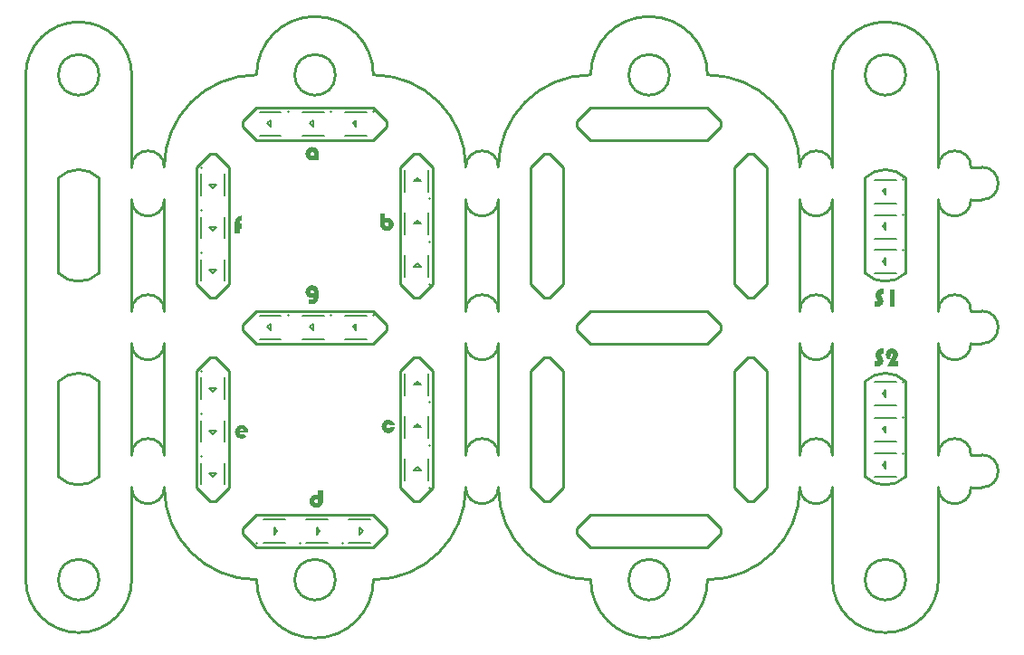
<source format=gto>
G04*
G04 #@! TF.GenerationSoftware,Altium Limited,Altium Designer,20.2.6 (244)*
G04*
G04 Layer_Color=65535*
%FSLAX25Y25*%
%MOIN*%
G70*
G04*
G04 #@! TF.SameCoordinates,EC59DE11-5F21-440E-92AE-D345A4C3AF16*
G04*
G04*
G04 #@! TF.FilePolarity,Positive*
G04*
G01*
G75*
%ADD10C,0.01000*%
%ADD11C,0.00598*%
%ADD12C,0.00600*%
G36*
X480179Y204218D02*
X480227D01*
X480325Y204211D01*
X480449Y204190D01*
X480581Y204169D01*
X480720Y204135D01*
X480859Y204093D01*
Y202247D01*
X480852Y202254D01*
X480824Y202261D01*
X480790Y202275D01*
X480748Y202289D01*
X480651Y202309D01*
X480602Y202323D01*
X480533D01*
X480491Y202316D01*
X480436Y202303D01*
X480373Y202289D01*
X480311Y202261D01*
X480241Y202226D01*
X480179Y202178D01*
X480172Y202171D01*
X480151Y202150D01*
X480130Y202122D01*
X480102Y202080D01*
X480068Y202025D01*
X480047Y201956D01*
X480026Y201879D01*
X480019Y201789D01*
Y201775D01*
Y201747D01*
X480026Y201699D01*
X480040Y201636D01*
X480061Y201560D01*
X480089Y201470D01*
X480130Y201379D01*
X480186Y201275D01*
X480332Y201026D01*
X480338Y201019D01*
X480345Y200998D01*
X480366Y200956D01*
X480394Y200907D01*
X480422Y200845D01*
X480456Y200769D01*
X480491Y200686D01*
X480533Y200595D01*
X480568Y200491D01*
X480602Y200387D01*
X480665Y200151D01*
X480692Y200033D01*
X480713Y199908D01*
X480720Y199783D01*
X480727Y199658D01*
Y199651D01*
Y199617D01*
X480720Y199575D01*
Y199513D01*
X480706Y199436D01*
X480692Y199353D01*
X480672Y199249D01*
X480644Y199145D01*
X480609Y199027D01*
X480568Y198909D01*
X480512Y198784D01*
X480449Y198652D01*
X480373Y198527D01*
X480283Y198395D01*
X480179Y198270D01*
X480061Y198145D01*
X480054Y198138D01*
X480033Y198118D01*
X479991Y198083D01*
X479943Y198048D01*
X479874Y197993D01*
X479797Y197944D01*
X479707Y197882D01*
X479603Y197826D01*
X479492Y197764D01*
X479367Y197701D01*
X479228Y197653D01*
X479082Y197604D01*
X478930Y197563D01*
X478763Y197528D01*
X478590Y197507D01*
X478409Y197500D01*
X478326D01*
X478284Y197507D01*
X478229D01*
X478111Y197521D01*
X477972Y197542D01*
X477819Y197576D01*
X477660Y197618D01*
X477500Y197680D01*
Y199547D01*
X477514Y199540D01*
X477542Y199520D01*
X477597Y199499D01*
X477660Y199471D01*
X477743Y199436D01*
X477826Y199415D01*
X477923Y199395D01*
X478020Y199388D01*
X478062D01*
X478104Y199395D01*
X478159Y199408D01*
X478222Y199422D01*
X478291Y199443D01*
X478354Y199478D01*
X478416Y199527D01*
X478423Y199533D01*
X478444Y199554D01*
X478465Y199582D01*
X478499Y199624D01*
X478527Y199679D01*
X478548Y199735D01*
X478569Y199811D01*
X478576Y199887D01*
Y199894D01*
X478569Y199915D01*
X478562Y199950D01*
X478541Y200005D01*
X478513Y200082D01*
X478485Y200123D01*
X478465Y200179D01*
X478430Y200241D01*
X478395Y200311D01*
X478354Y200387D01*
X478305Y200470D01*
X478298Y200477D01*
X478284Y200505D01*
X478263Y200547D01*
X478236Y200602D01*
X478208Y200672D01*
X478166Y200755D01*
X478131Y200845D01*
X478090Y200949D01*
X478048Y201060D01*
X478014Y201178D01*
X477944Y201435D01*
X477916Y201567D01*
X477896Y201706D01*
X477882Y201851D01*
X477875Y201990D01*
Y202004D01*
Y202032D01*
X477882Y202080D01*
Y202143D01*
X477896Y202226D01*
X477910Y202316D01*
X477930Y202420D01*
X477958Y202532D01*
X477993Y202649D01*
X478034Y202774D01*
X478083Y202906D01*
X478145Y203038D01*
X478222Y203177D01*
X478305Y203309D01*
X478409Y203441D01*
X478520Y203566D01*
X478527Y203573D01*
X478548Y203593D01*
X478590Y203628D01*
X478638Y203670D01*
X478701Y203718D01*
X478777Y203774D01*
X478860Y203836D01*
X478957Y203899D01*
X479068Y203954D01*
X479186Y204017D01*
X479311Y204072D01*
X479450Y204121D01*
X479596Y204162D01*
X479749Y204197D01*
X479908Y204218D01*
X480075Y204225D01*
X480144D01*
X480179Y204218D01*
D02*
G37*
G36*
X484003D02*
X484072D01*
X484156Y204204D01*
X484253Y204190D01*
X484357Y204169D01*
X484475Y204142D01*
X484593Y204107D01*
X484725Y204058D01*
X484856Y204003D01*
X484995Y203940D01*
X485127Y203857D01*
X485259Y203767D01*
X485391Y203663D01*
X485516Y203545D01*
X485523Y203538D01*
X485543Y203517D01*
X485578Y203475D01*
X485620Y203427D01*
X485668Y203364D01*
X485717Y203281D01*
X485779Y203198D01*
X485842Y203094D01*
X485897Y202983D01*
X485960Y202865D01*
X486008Y202733D01*
X486064Y202594D01*
X486099Y202448D01*
X486133Y202289D01*
X486154Y202129D01*
X486161Y201962D01*
Y201956D01*
Y201942D01*
Y201907D01*
X486154Y201872D01*
Y201824D01*
X486147Y201768D01*
X486140Y201706D01*
X486133Y201636D01*
X486099Y201484D01*
X486057Y201317D01*
X486001Y201137D01*
X485918Y200963D01*
X485155Y199471D01*
X486231D01*
Y197604D01*
X482053D01*
X484135Y201490D01*
X484142Y201504D01*
X484156Y201539D01*
X484183Y201588D01*
X484211Y201650D01*
X484232Y201727D01*
X484260Y201803D01*
X484273Y201879D01*
X484280Y201956D01*
Y201962D01*
Y201969D01*
X484273Y202011D01*
X484260Y202066D01*
X484225Y202136D01*
X484169Y202198D01*
X484135Y202226D01*
X484093Y202254D01*
X484044Y202275D01*
X483982Y202295D01*
X483913Y202303D01*
X483836Y202309D01*
X483802D01*
X483767Y202303D01*
X483725Y202295D01*
X483670Y202282D01*
X483621Y202254D01*
X483566Y202226D01*
X483517Y202185D01*
X483510Y202178D01*
X483496Y202164D01*
X483482Y202136D01*
X483462Y202101D01*
X483434Y202060D01*
X483420Y202004D01*
X483406Y201948D01*
X483399Y201886D01*
Y201879D01*
Y201851D01*
X483406Y201817D01*
X483420Y201768D01*
X483441Y201706D01*
X483468Y201643D01*
X483510Y201581D01*
X483566Y201518D01*
X482740Y200047D01*
X482726Y200054D01*
X482691Y200082D01*
X482643Y200116D01*
X482573Y200172D01*
X482490Y200248D01*
X482400Y200331D01*
X482303Y200429D01*
X482205Y200547D01*
X482101Y200678D01*
X482004Y200817D01*
X481914Y200977D01*
X481831Y201150D01*
X481761Y201331D01*
X481713Y201532D01*
X481678Y201740D01*
X481664Y201962D01*
Y201976D01*
Y202004D01*
X481671Y202053D01*
X481678Y202115D01*
X481685Y202198D01*
X481699Y202289D01*
X481719Y202400D01*
X481747Y202511D01*
X481782Y202636D01*
X481824Y202761D01*
X481879Y202892D01*
X481942Y203031D01*
X482011Y203163D01*
X482101Y203302D01*
X482198Y203434D01*
X482316Y203559D01*
X482323Y203566D01*
X482344Y203586D01*
X482386Y203621D01*
X482434Y203663D01*
X482497Y203711D01*
X482573Y203767D01*
X482663Y203829D01*
X482760Y203892D01*
X482872Y203954D01*
X482997Y204017D01*
X483128Y204072D01*
X483267Y204121D01*
X483420Y204162D01*
X483572Y204197D01*
X483739Y204218D01*
X483913Y204225D01*
X483954D01*
X484003Y204218D01*
D02*
G37*
G36*
X480179Y226218D02*
X480227D01*
X480325Y226211D01*
X480449Y226190D01*
X480581Y226169D01*
X480720Y226135D01*
X480859Y226093D01*
Y224247D01*
X480852Y224254D01*
X480824Y224261D01*
X480790Y224275D01*
X480748Y224289D01*
X480651Y224309D01*
X480602Y224323D01*
X480533D01*
X480491Y224316D01*
X480436Y224303D01*
X480373Y224289D01*
X480311Y224261D01*
X480241Y224226D01*
X480179Y224178D01*
X480172Y224171D01*
X480151Y224150D01*
X480130Y224122D01*
X480102Y224080D01*
X480068Y224025D01*
X480047Y223955D01*
X480026Y223879D01*
X480019Y223789D01*
Y223775D01*
Y223747D01*
X480026Y223699D01*
X480040Y223636D01*
X480061Y223560D01*
X480089Y223470D01*
X480130Y223379D01*
X480186Y223275D01*
X480332Y223025D01*
X480338Y223019D01*
X480345Y222998D01*
X480366Y222956D01*
X480394Y222907D01*
X480422Y222845D01*
X480456Y222769D01*
X480491Y222686D01*
X480533Y222595D01*
X480568Y222491D01*
X480602Y222387D01*
X480665Y222151D01*
X480692Y222033D01*
X480713Y221908D01*
X480720Y221783D01*
X480727Y221658D01*
Y221651D01*
Y221617D01*
X480720Y221575D01*
Y221513D01*
X480706Y221436D01*
X480692Y221353D01*
X480672Y221249D01*
X480644Y221145D01*
X480609Y221027D01*
X480568Y220909D01*
X480512Y220784D01*
X480449Y220652D01*
X480373Y220527D01*
X480283Y220395D01*
X480179Y220270D01*
X480061Y220145D01*
X480054Y220139D01*
X480033Y220118D01*
X479991Y220083D01*
X479943Y220048D01*
X479874Y219993D01*
X479797Y219944D01*
X479707Y219882D01*
X479603Y219826D01*
X479492Y219764D01*
X479367Y219701D01*
X479228Y219653D01*
X479082Y219604D01*
X478930Y219563D01*
X478763Y219528D01*
X478590Y219507D01*
X478409Y219500D01*
X478326D01*
X478284Y219507D01*
X478229D01*
X478111Y219521D01*
X477972Y219542D01*
X477819Y219576D01*
X477660Y219618D01*
X477500Y219680D01*
Y221547D01*
X477514Y221540D01*
X477542Y221519D01*
X477597Y221499D01*
X477660Y221471D01*
X477743Y221436D01*
X477826Y221415D01*
X477923Y221395D01*
X478020Y221388D01*
X478062D01*
X478104Y221395D01*
X478159Y221409D01*
X478222Y221422D01*
X478291Y221443D01*
X478354Y221478D01*
X478416Y221527D01*
X478423Y221533D01*
X478444Y221554D01*
X478465Y221582D01*
X478499Y221624D01*
X478527Y221679D01*
X478548Y221735D01*
X478569Y221811D01*
X478576Y221887D01*
Y221894D01*
X478569Y221915D01*
X478562Y221950D01*
X478541Y222005D01*
X478513Y222082D01*
X478485Y222123D01*
X478465Y222179D01*
X478430Y222241D01*
X478395Y222311D01*
X478354Y222387D01*
X478305Y222470D01*
X478298Y222477D01*
X478284Y222505D01*
X478263Y222547D01*
X478236Y222602D01*
X478208Y222672D01*
X478166Y222755D01*
X478131Y222845D01*
X478090Y222949D01*
X478048Y223060D01*
X478014Y223178D01*
X477944Y223435D01*
X477916Y223567D01*
X477896Y223706D01*
X477882Y223851D01*
X477875Y223990D01*
Y224004D01*
Y224032D01*
X477882Y224080D01*
Y224143D01*
X477896Y224226D01*
X477910Y224316D01*
X477930Y224420D01*
X477958Y224532D01*
X477993Y224650D01*
X478034Y224774D01*
X478083Y224906D01*
X478145Y225038D01*
X478222Y225177D01*
X478305Y225309D01*
X478409Y225441D01*
X478520Y225566D01*
X478527Y225572D01*
X478548Y225593D01*
X478590Y225628D01*
X478638Y225670D01*
X478701Y225718D01*
X478777Y225774D01*
X478860Y225836D01*
X478957Y225899D01*
X479068Y225954D01*
X479186Y226017D01*
X479311Y226072D01*
X479450Y226121D01*
X479596Y226162D01*
X479749Y226197D01*
X479908Y226218D01*
X480075Y226225D01*
X480144D01*
X480179Y226218D01*
D02*
G37*
G36*
X484863Y219604D02*
X483031D01*
Y226065D01*
X484863D01*
Y219604D01*
D02*
G37*
G36*
X270575Y227482D02*
X270658D01*
X270748Y227468D01*
X270859Y227454D01*
X270977Y227433D01*
X271109Y227405D01*
X271241Y227371D01*
X271387Y227322D01*
X271526Y227273D01*
X271671Y227204D01*
X271810Y227128D01*
X271949Y227038D01*
X272081Y226933D01*
X272199Y226815D01*
X272206Y226809D01*
X272227Y226788D01*
X272254Y226746D01*
X272296Y226691D01*
X272338Y226621D01*
X272393Y226538D01*
X272448Y226434D01*
X272504Y226323D01*
X272560Y226191D01*
X272615Y226045D01*
X272671Y225885D01*
X272712Y225712D01*
X272754Y225525D01*
X272782Y225323D01*
X272802Y225101D01*
X272809Y224872D01*
Y223325D01*
Y223311D01*
Y223269D01*
X272802Y223207D01*
X272796Y223123D01*
X272789Y223012D01*
X272775Y222894D01*
X272754Y222756D01*
X272726Y222610D01*
X272685Y222457D01*
X272643Y222290D01*
X272587Y222124D01*
X272518Y221951D01*
X272435Y221784D01*
X272344Y221617D01*
X272240Y221451D01*
X272115Y221298D01*
X272109Y221291D01*
X272081Y221263D01*
X272046Y221222D01*
X271990Y221173D01*
X271921Y221111D01*
X271838Y221048D01*
X271741Y220972D01*
X271637Y220902D01*
X271512Y220826D01*
X271380Y220750D01*
X271234Y220687D01*
X271074Y220625D01*
X270908Y220576D01*
X270727Y220535D01*
X270540Y220507D01*
X270339Y220500D01*
X270255D01*
X270214Y220507D01*
X270158D01*
X270096Y220514D01*
X270033Y220521D01*
X269881Y220542D01*
X269714Y220569D01*
X269527Y220604D01*
X269339Y220660D01*
Y222270D01*
X269346D01*
X269353Y222263D01*
X269374Y222249D01*
X269402Y222242D01*
X269478Y222207D01*
X269575Y222172D01*
X269686Y222138D01*
X269811Y222103D01*
X269943Y222082D01*
X270075Y222075D01*
X270117D01*
X270151Y222082D01*
X270228Y222089D01*
X270332Y222117D01*
X270443Y222152D01*
X270561Y222207D01*
X270672Y222290D01*
X270727Y222339D01*
X270776Y222395D01*
Y222402D01*
X270790Y222409D01*
X270804Y222429D01*
X270818Y222450D01*
X270838Y222485D01*
X270859Y222527D01*
X270880Y222568D01*
X270908Y222624D01*
X270956Y222749D01*
X270998Y222901D01*
X271026Y223082D01*
X271040Y223290D01*
Y225066D01*
Y225074D01*
Y225101D01*
X271033Y225136D01*
Y225184D01*
X271019Y225240D01*
X271005Y225303D01*
X270991Y225372D01*
X270963Y225441D01*
X270936Y225511D01*
X270894Y225580D01*
X270845Y225642D01*
X270790Y225698D01*
X270721Y225747D01*
X270637Y225781D01*
X270547Y225809D01*
X270443Y225816D01*
X270401D01*
X270353Y225809D01*
X270297Y225795D01*
X270228Y225767D01*
X270151Y225733D01*
X270075Y225684D01*
X269999Y225622D01*
X269992Y225615D01*
X269971Y225587D01*
X269936Y225545D01*
X269902Y225497D01*
X269867Y225427D01*
X269832Y225351D01*
X269811Y225261D01*
X269804Y225164D01*
Y225150D01*
Y225122D01*
X269811Y225066D01*
X269825Y225004D01*
X269846Y224935D01*
X269881Y224858D01*
X269922Y224782D01*
X269985Y224713D01*
X269992Y224706D01*
X270020Y224685D01*
X270061Y224657D01*
X270110Y224622D01*
X270179Y224588D01*
X270249Y224560D01*
X270339Y224539D01*
X270429Y224532D01*
X270457D01*
X270498Y224539D01*
X270540Y224546D01*
X270596Y224553D01*
X270658Y224574D01*
X270721Y224595D01*
X270783Y224622D01*
Y222991D01*
X270776D01*
X270769Y222985D01*
X270748Y222978D01*
X270721Y222971D01*
X270644Y222950D01*
X270554Y222929D01*
X270443Y222908D01*
X270318Y222887D01*
X270186Y222873D01*
X270047Y222867D01*
X270006D01*
X269964Y222873D01*
X269902D01*
X269825Y222887D01*
X269742Y222901D01*
X269645Y222922D01*
X269541Y222943D01*
X269430Y222978D01*
X269312Y223019D01*
X269187Y223075D01*
X269069Y223130D01*
X268944Y223207D01*
X268819Y223290D01*
X268701Y223387D01*
X268590Y223498D01*
X268583Y223505D01*
X268562Y223526D01*
X268534Y223561D01*
X268500Y223616D01*
X268451Y223678D01*
X268403Y223748D01*
X268347Y223838D01*
X268298Y223935D01*
X268243Y224046D01*
X268187Y224164D01*
X268139Y224296D01*
X268090Y224435D01*
X268056Y224588D01*
X268028Y224747D01*
X268007Y224914D01*
X268000Y225087D01*
Y225101D01*
Y225129D01*
X268007Y225184D01*
X268014Y225254D01*
X268021Y225344D01*
X268035Y225441D01*
X268062Y225552D01*
X268090Y225677D01*
X268125Y225802D01*
X268174Y225941D01*
X268236Y226080D01*
X268298Y226225D01*
X268382Y226371D01*
X268479Y226517D01*
X268590Y226656D01*
X268715Y226788D01*
X268722Y226795D01*
X268749Y226815D01*
X268791Y226850D01*
X268847Y226899D01*
X268916Y226947D01*
X268999Y227010D01*
X269096Y227072D01*
X269208Y227142D01*
X269325Y227204D01*
X269464Y227267D01*
X269603Y227329D01*
X269763Y227378D01*
X269922Y227426D01*
X270096Y227461D01*
X270283Y227482D01*
X270471Y227489D01*
X270519D01*
X270575Y227482D01*
D02*
G37*
G36*
X244568Y251268D02*
X244492D01*
X244415Y251254D01*
X244318Y251240D01*
X244214Y251212D01*
X244110Y251171D01*
X244013Y251115D01*
X243936Y251039D01*
X243929Y251025D01*
X243909Y250997D01*
X243881Y250935D01*
X243853Y250851D01*
X243825Y250747D01*
X243811Y250678D01*
X243797Y250608D01*
X243784Y250532D01*
X243777Y250442D01*
X243770Y250352D01*
Y250248D01*
X244568D01*
Y248395D01*
X243770D01*
Y246500D01*
X242000D01*
Y250588D01*
Y250602D01*
Y250636D01*
X242007Y250699D01*
X242014Y250775D01*
X242021Y250872D01*
X242035Y250983D01*
X242062Y251101D01*
X242090Y251240D01*
X242125Y251379D01*
X242174Y251525D01*
X242229Y251677D01*
X242298Y251830D01*
X242382Y251983D01*
X242472Y252135D01*
X242583Y252274D01*
X242708Y252413D01*
X242715Y252420D01*
X242743Y252441D01*
X242784Y252475D01*
X242840Y252524D01*
X242909Y252579D01*
X242992Y252635D01*
X243096Y252704D01*
X243208Y252767D01*
X243339Y252836D01*
X243478Y252899D01*
X243631Y252954D01*
X243797Y253010D01*
X243971Y253058D01*
X244158Y253093D01*
X244360Y253114D01*
X244568Y253121D01*
Y251268D01*
D02*
G37*
G36*
X244596Y175920D02*
X244672Y175914D01*
X244755Y175907D01*
X244859Y175893D01*
X244970Y175872D01*
X245095Y175844D01*
X245227Y175803D01*
X245366Y175761D01*
X245512Y175705D01*
X245657Y175636D01*
X245803Y175553D01*
X245942Y175462D01*
X246088Y175358D01*
X246219Y175233D01*
X246227Y175226D01*
X246247Y175199D01*
X246282Y175164D01*
X246331Y175109D01*
X246386Y175039D01*
X246442Y174963D01*
X246511Y174866D01*
X246573Y174761D01*
X246643Y174637D01*
X246705Y174512D01*
X246761Y174366D01*
X246816Y174213D01*
X246865Y174054D01*
X246900Y173880D01*
X246920Y173700D01*
X246927Y173512D01*
Y173505D01*
Y173485D01*
Y173457D01*
X246920Y173415D01*
Y173360D01*
X246914Y173283D01*
X246907Y173186D01*
X244221D01*
Y173193D01*
X244207Y173221D01*
X244200Y173256D01*
X244186Y173311D01*
X244172Y173366D01*
X244165Y173429D01*
X244151Y173575D01*
Y173582D01*
Y173609D01*
X244158Y173651D01*
X244165Y173707D01*
X244172Y173776D01*
X244193Y173852D01*
X244214Y173936D01*
X244242Y174019D01*
X245137D01*
Y174026D01*
X245130Y174040D01*
X245123Y174067D01*
X245116Y174102D01*
X245081Y174186D01*
X245033Y174290D01*
X244956Y174387D01*
X244908Y174428D01*
X244852Y174470D01*
X244790Y174505D01*
X244721Y174532D01*
X244637Y174546D01*
X244547Y174553D01*
X244533D01*
X244492Y174546D01*
X244436Y174539D01*
X244360Y174519D01*
X244276Y174484D01*
X244186Y174435D01*
X244096Y174366D01*
X244013Y174269D01*
X244006Y174255D01*
X243978Y174220D01*
X243950Y174158D01*
X243909Y174074D01*
X243874Y173970D01*
X243839Y173845D01*
X243811Y173707D01*
X243804Y173547D01*
Y173540D01*
Y173526D01*
Y173505D01*
Y173471D01*
X243811Y173429D01*
X243818Y173387D01*
X243832Y173283D01*
X243853Y173158D01*
X243888Y173033D01*
X243936Y172908D01*
X244006Y172791D01*
X244013Y172777D01*
X244040Y172742D01*
X244089Y172700D01*
X244145Y172645D01*
X244221Y172589D01*
X244311Y172548D01*
X244415Y172513D01*
X244526Y172499D01*
X244540D01*
X244575Y172506D01*
X244623Y172513D01*
X244693Y172534D01*
X244776Y172568D01*
X244859Y172610D01*
X244950Y172679D01*
X245040Y172770D01*
X246053Y171548D01*
X246046Y171541D01*
X246018Y171527D01*
X245984Y171500D01*
X245928Y171465D01*
X245866Y171423D01*
X245782Y171375D01*
X245692Y171326D01*
X245595Y171278D01*
X245484Y171222D01*
X245359Y171174D01*
X245234Y171125D01*
X245095Y171083D01*
X244950Y171049D01*
X244797Y171021D01*
X244637Y171007D01*
X244478Y171000D01*
X244429D01*
X244380Y171007D01*
X244304Y171014D01*
X244214Y171021D01*
X244110Y171035D01*
X243999Y171063D01*
X243874Y171090D01*
X243735Y171125D01*
X243596Y171174D01*
X243450Y171229D01*
X243298Y171298D01*
X243152Y171382D01*
X243006Y171472D01*
X242861Y171583D01*
X242722Y171708D01*
X242715Y171715D01*
X242694Y171743D01*
X242652Y171777D01*
X242611Y171833D01*
X242555Y171902D01*
X242493Y171985D01*
X242430Y172083D01*
X242361Y172194D01*
X242291Y172312D01*
X242229Y172450D01*
X242167Y172589D01*
X242111Y172749D01*
X242069Y172915D01*
X242035Y173089D01*
X242007Y173269D01*
X242000Y173464D01*
Y173478D01*
Y173512D01*
X242007Y173568D01*
X242014Y173637D01*
X242021Y173727D01*
X242035Y173831D01*
X242062Y173950D01*
X242090Y174074D01*
X242125Y174206D01*
X242174Y174345D01*
X242236Y174491D01*
X242298Y174644D01*
X242382Y174789D01*
X242479Y174935D01*
X242590Y175074D01*
X242715Y175213D01*
X242722Y175220D01*
X242750Y175240D01*
X242791Y175282D01*
X242847Y175324D01*
X242916Y175379D01*
X242999Y175442D01*
X243096Y175504D01*
X243208Y175574D01*
X243333Y175636D01*
X243464Y175698D01*
X243617Y175761D01*
X243770Y175816D01*
X243936Y175865D01*
X244117Y175900D01*
X244304Y175920D01*
X244498Y175927D01*
X244547D01*
X244596Y175920D01*
D02*
G37*
G36*
X274441Y148123D02*
Y148109D01*
Y148075D01*
X274434Y148012D01*
X274427Y147929D01*
X274420Y147832D01*
X274407Y147714D01*
X274386Y147589D01*
X274358Y147450D01*
X274316Y147304D01*
X274275Y147152D01*
X274219Y146992D01*
X274150Y146833D01*
X274074Y146673D01*
X273983Y146520D01*
X273872Y146368D01*
X273754Y146229D01*
X273747Y146222D01*
X273720Y146201D01*
X273685Y146159D01*
X273629Y146118D01*
X273560Y146062D01*
X273484Y146000D01*
X273386Y145930D01*
X273282Y145868D01*
X273157Y145798D01*
X273025Y145729D01*
X272887Y145667D01*
X272727Y145611D01*
X272568Y145569D01*
X272387Y145535D01*
X272207Y145507D01*
X272012Y145500D01*
X271964D01*
X271908Y145507D01*
X271832Y145514D01*
X271742Y145521D01*
X271638Y145535D01*
X271519Y145563D01*
X271388Y145590D01*
X271256Y145625D01*
X271110Y145674D01*
X270957Y145729D01*
X270812Y145798D01*
X270659Y145882D01*
X270506Y145972D01*
X270361Y146083D01*
X270222Y146208D01*
X270215Y146215D01*
X270194Y146243D01*
X270152Y146277D01*
X270111Y146333D01*
X270055Y146402D01*
X269993Y146485D01*
X269930Y146583D01*
X269861Y146694D01*
X269792Y146812D01*
X269729Y146943D01*
X269667Y147089D01*
X269611Y147242D01*
X269569Y147408D01*
X269535Y147575D01*
X269507Y147762D01*
X269500Y147950D01*
Y147964D01*
Y147992D01*
X269507Y148047D01*
X269514Y148116D01*
X269521Y148200D01*
X269542Y148304D01*
X269563Y148415D01*
X269590Y148533D01*
X269632Y148665D01*
X269673Y148803D01*
X269736Y148949D01*
X269805Y149095D01*
X269889Y149241D01*
X269986Y149386D01*
X270097Y149532D01*
X270222Y149671D01*
X270229Y149678D01*
X270256Y149706D01*
X270298Y149740D01*
X270354Y149789D01*
X270416Y149844D01*
X270499Y149907D01*
X270597Y149969D01*
X270708Y150039D01*
X270826Y150108D01*
X270957Y150171D01*
X271096Y150233D01*
X271249Y150289D01*
X271409Y150337D01*
X271575Y150372D01*
X271749Y150400D01*
X271929Y150407D01*
X272040D01*
X272109Y150400D01*
X272193Y150393D01*
X272290Y150386D01*
X272401Y150379D01*
Y148422D01*
X272394Y148429D01*
X272366Y148450D01*
X272325Y148477D01*
X272269Y148512D01*
X272200Y148540D01*
X272130Y148567D01*
X272047Y148588D01*
X271964Y148595D01*
X271915D01*
X271866Y148588D01*
X271804Y148567D01*
X271728Y148547D01*
X271651Y148512D01*
X271568Y148463D01*
X271492Y148394D01*
X271485Y148387D01*
X271464Y148359D01*
X271429Y148318D01*
X271395Y148262D01*
X271353Y148193D01*
X271325Y148109D01*
X271298Y148012D01*
X271290Y147908D01*
Y147894D01*
Y147866D01*
X271304Y147811D01*
X271318Y147749D01*
X271339Y147679D01*
X271374Y147603D01*
X271422Y147520D01*
X271492Y147443D01*
X271499Y147436D01*
X271527Y147415D01*
X271575Y147381D01*
X271631Y147346D01*
X271707Y147304D01*
X271790Y147277D01*
X271887Y147249D01*
X271991Y147242D01*
X272019D01*
X272054Y147249D01*
X272096Y147256D01*
X272151Y147270D01*
X272207Y147291D01*
X272269Y147318D01*
X272332Y147360D01*
X272394Y147408D01*
X272456Y147471D01*
X272512Y147547D01*
X272568Y147637D01*
X272609Y147742D01*
X272644Y147866D01*
X272665Y148012D01*
X272672Y148179D01*
Y152065D01*
X274441D01*
Y148123D01*
D02*
G37*
G36*
X298596Y177920D02*
X298672Y177913D01*
X298755Y177900D01*
X298859Y177879D01*
X298963Y177858D01*
X299081Y177830D01*
X299206Y177796D01*
X299331Y177754D01*
X299463Y177698D01*
X299595Y177636D01*
X299727Y177567D01*
X299859Y177483D01*
X299991Y177386D01*
X299997Y177379D01*
X300018Y177358D01*
X300053Y177331D01*
X300101Y177289D01*
X300157Y177233D01*
X300213Y177164D01*
X300282Y177088D01*
X300351Y177004D01*
X300428Y176907D01*
X300504Y176796D01*
X300573Y176678D01*
X300643Y176546D01*
X300705Y176415D01*
X300768Y176262D01*
X300816Y176109D01*
X300858Y175943D01*
X299033Y175880D01*
Y175887D01*
X299026Y175894D01*
X298991Y175929D01*
X298943Y175977D01*
X298880Y176033D01*
X298797Y176088D01*
X298700Y176137D01*
X298582Y176172D01*
X298519Y176186D01*
X298401D01*
X298346Y176172D01*
X298276Y176158D01*
X298200Y176130D01*
X298117Y176095D01*
X298033Y176040D01*
X297950Y175970D01*
X297943Y175963D01*
X297915Y175936D01*
X297888Y175887D01*
X297846Y175825D01*
X297811Y175755D01*
X297777Y175665D01*
X297749Y175568D01*
X297742Y175464D01*
Y175450D01*
X297749Y175415D01*
X297756Y175360D01*
X297770Y175290D01*
X297791Y175214D01*
X297832Y175131D01*
X297881Y175040D01*
X297950Y174957D01*
X297957Y174950D01*
X297985Y174922D01*
X298033Y174888D01*
X298089Y174853D01*
X298165Y174811D01*
X298249Y174777D01*
X298346Y174749D01*
X298450Y174742D01*
X298492D01*
X298533Y174749D01*
X298589Y174756D01*
X298658Y174777D01*
X298727Y174797D01*
X298804Y174832D01*
X298873Y174874D01*
X298880Y174881D01*
X298901Y174902D01*
X298936Y174929D01*
X298977Y174971D01*
X299019Y175027D01*
X299061Y175096D01*
X299102Y175172D01*
X299130Y175256D01*
X300907Y175318D01*
Y175304D01*
X300900Y175269D01*
X300893Y175221D01*
X300886Y175145D01*
X300865Y175061D01*
X300844Y174957D01*
X300816Y174846D01*
X300775Y174721D01*
X300733Y174596D01*
X300678Y174457D01*
X300608Y174319D01*
X300532Y174180D01*
X300448Y174041D01*
X300351Y173902D01*
X300233Y173770D01*
X300109Y173645D01*
X300101Y173638D01*
X300074Y173618D01*
X300039Y173583D01*
X299984Y173548D01*
X299914Y173493D01*
X299838Y173444D01*
X299741Y173382D01*
X299637Y173326D01*
X299519Y173264D01*
X299394Y173201D01*
X299255Y173153D01*
X299109Y173104D01*
X298956Y173063D01*
X298797Y173028D01*
X298623Y173007D01*
X298450Y173000D01*
X298408D01*
X298353Y173007D01*
X298283Y173014D01*
X298193Y173021D01*
X298096Y173042D01*
X297978Y173063D01*
X297860Y173090D01*
X297721Y173132D01*
X297589Y173173D01*
X297444Y173236D01*
X297298Y173305D01*
X297152Y173389D01*
X297006Y173486D01*
X296861Y173597D01*
X296722Y173722D01*
X296715Y173729D01*
X296694Y173757D01*
X296652Y173798D01*
X296611Y173854D01*
X296555Y173923D01*
X296493Y174006D01*
X296430Y174103D01*
X296361Y174214D01*
X296291Y174332D01*
X296229Y174464D01*
X296167Y174610D01*
X296111Y174763D01*
X296069Y174929D01*
X296035Y175096D01*
X296007Y175276D01*
X296000Y175464D01*
Y175478D01*
Y175512D01*
X296007Y175561D01*
X296014Y175637D01*
X296021Y175721D01*
X296042Y175825D01*
X296062Y175943D01*
X296090Y176067D01*
X296132Y176199D01*
X296174Y176338D01*
X296236Y176484D01*
X296305Y176630D01*
X296389Y176775D01*
X296486Y176921D01*
X296597Y177067D01*
X296722Y177206D01*
X296729Y177213D01*
X296757Y177240D01*
X296798Y177275D01*
X296854Y177317D01*
X296923Y177372D01*
X297006Y177435D01*
X297096Y177497D01*
X297208Y177567D01*
X297333Y177636D01*
X297464Y177698D01*
X297603Y177761D01*
X297756Y177816D01*
X297915Y177858D01*
X298089Y177900D01*
X298262Y177920D01*
X298450Y177927D01*
X298533D01*
X298596Y177920D01*
D02*
G37*
G36*
X297277Y250179D02*
Y250172D01*
Y250137D01*
X297284Y250096D01*
X297290Y250033D01*
X297298Y249964D01*
X297311Y249880D01*
X297332Y249797D01*
X297360Y249714D01*
X297395Y249624D01*
X297443Y249540D01*
X297499Y249457D01*
X297561Y249388D01*
X297644Y249325D01*
X297735Y249284D01*
X297839Y249256D01*
X297957Y249242D01*
X298005D01*
X298061Y249256D01*
X298130Y249270D01*
X298207Y249290D01*
X298283Y249325D01*
X298366Y249374D01*
X298443Y249436D01*
X298449Y249443D01*
X298477Y249471D01*
X298505Y249513D01*
X298547Y249575D01*
X298581Y249644D01*
X298616Y249721D01*
X298637Y249818D01*
X298644Y249915D01*
Y249929D01*
Y249964D01*
X298637Y250019D01*
X298623Y250082D01*
X298602Y250158D01*
X298568Y250241D01*
X298526Y250318D01*
X298463Y250394D01*
X298456Y250401D01*
X298429Y250422D01*
X298394Y250456D01*
X298339Y250491D01*
X298276Y250526D01*
X298200Y250560D01*
X298116Y250581D01*
X298019Y250588D01*
X297978D01*
X297929Y250581D01*
X297867Y250568D01*
X297797Y250547D01*
X297721Y250519D01*
X297631Y250477D01*
X297547Y250422D01*
Y252379D01*
X297561D01*
X297596Y252386D01*
X297651D01*
X297721Y252393D01*
X297797Y252400D01*
X297873D01*
X297950Y252407D01*
X298061D01*
X298116Y252400D01*
X298186Y252393D01*
X298269Y252386D01*
X298373Y252372D01*
X298484Y252344D01*
X298602Y252316D01*
X298734Y252282D01*
X298873Y252233D01*
X299012Y252171D01*
X299157Y252101D01*
X299303Y252018D01*
X299449Y251921D01*
X299588Y251810D01*
X299727Y251685D01*
X299733Y251678D01*
X299761Y251650D01*
X299796Y251608D01*
X299837Y251560D01*
X299893Y251484D01*
X299956Y251400D01*
X300018Y251310D01*
X300087Y251199D01*
X300157Y251081D01*
X300219Y250949D01*
X300282Y250803D01*
X300337Y250651D01*
X300379Y250491D01*
X300420Y250318D01*
X300441Y250144D01*
X300448Y249957D01*
Y249943D01*
Y249908D01*
X300441Y249860D01*
X300434Y249783D01*
X300427Y249700D01*
X300407Y249596D01*
X300386Y249478D01*
X300358Y249353D01*
X300316Y249221D01*
X300268Y249082D01*
X300212Y248937D01*
X300143Y248791D01*
X300060Y248638D01*
X299962Y248492D01*
X299851Y248354D01*
X299720Y248215D01*
X299713Y248208D01*
X299685Y248187D01*
X299643Y248152D01*
X299588Y248104D01*
X299518Y248048D01*
X299435Y247986D01*
X299338Y247923D01*
X299227Y247861D01*
X299102Y247792D01*
X298963Y247729D01*
X298817Y247667D01*
X298658Y247611D01*
X298491Y247569D01*
X298318Y247528D01*
X298130Y247507D01*
X297936Y247500D01*
X297887D01*
X297832Y247507D01*
X297762Y247514D01*
X297672Y247521D01*
X297568Y247542D01*
X297450Y247563D01*
X297325Y247590D01*
X297193Y247632D01*
X297048Y247680D01*
X296909Y247736D01*
X296756Y247805D01*
X296610Y247889D01*
X296472Y247986D01*
X296326Y248104D01*
X296194Y248229D01*
X296187Y248236D01*
X296166Y248263D01*
X296131Y248305D01*
X296083Y248361D01*
X296034Y248437D01*
X295972Y248520D01*
X295910Y248624D01*
X295847Y248742D01*
X295784Y248867D01*
X295722Y249013D01*
X295660Y249166D01*
X295611Y249339D01*
X295563Y249513D01*
X295528Y249707D01*
X295507Y249908D01*
X295500Y250123D01*
Y254065D01*
X297277D01*
Y250179D01*
D02*
G37*
G36*
X270575Y278420D02*
X270651D01*
X270748Y278407D01*
X270859Y278393D01*
X270984Y278372D01*
X271116Y278344D01*
X271262Y278309D01*
X271408Y278261D01*
X271560Y278212D01*
X271706Y278143D01*
X271859Y278066D01*
X272004Y277976D01*
X272136Y277872D01*
X272268Y277754D01*
X272275Y277747D01*
X272296Y277727D01*
X272331Y277685D01*
X272372Y277629D01*
X272421Y277567D01*
X272476Y277484D01*
X272539Y277386D01*
X272601Y277275D01*
X272664Y277150D01*
X272726Y277019D01*
X272782Y276866D01*
X272830Y276706D01*
X272872Y276526D01*
X272907Y276339D01*
X272927Y276144D01*
X272934Y275929D01*
Y273604D01*
X271158D01*
Y275804D01*
Y275811D01*
Y275818D01*
Y275839D01*
Y275867D01*
X271151Y275936D01*
X271137Y276019D01*
X271109Y276116D01*
X271081Y276214D01*
X271033Y276304D01*
X270970Y276394D01*
X270963Y276401D01*
X270936Y276429D01*
X270901Y276463D01*
X270845Y276505D01*
X270776Y276547D01*
X270693Y276581D01*
X270596Y276609D01*
X270492Y276616D01*
X270443D01*
X270394Y276602D01*
X270325Y276588D01*
X270249Y276568D01*
X270165Y276526D01*
X270082Y276477D01*
X270006Y276408D01*
X269999Y276401D01*
X269978Y276373D01*
X269943Y276325D01*
X269908Y276269D01*
X269867Y276193D01*
X269839Y276109D01*
X269811Y276012D01*
X269804Y275908D01*
Y275894D01*
Y275860D01*
X269811Y275804D01*
X269825Y275742D01*
X269846Y275665D01*
X269881Y275582D01*
X269922Y275506D01*
X269985Y275429D01*
X269992Y275422D01*
X270020Y275402D01*
X270061Y275367D01*
X270117Y275339D01*
X270186Y275304D01*
X270269Y275270D01*
X270367Y275249D01*
X270471Y275242D01*
X270505D01*
X270554Y275249D01*
X270609Y275256D01*
X270672Y275270D01*
X270741Y275290D01*
X270811Y275318D01*
X270887Y275353D01*
Y273542D01*
X270880D01*
X270852Y273535D01*
X270818Y273528D01*
X270762Y273521D01*
X270707Y273514D01*
X270637Y273507D01*
X270492Y273500D01*
X270443D01*
X270387Y273507D01*
X270311Y273514D01*
X270221Y273521D01*
X270117Y273535D01*
X269999Y273563D01*
X269867Y273590D01*
X269728Y273625D01*
X269589Y273674D01*
X269437Y273729D01*
X269291Y273798D01*
X269138Y273882D01*
X268992Y273972D01*
X268847Y274083D01*
X268708Y274208D01*
X268701Y274215D01*
X268680Y274243D01*
X268645Y274277D01*
X268597Y274333D01*
X268541Y274402D01*
X268486Y274485D01*
X268423Y274583D01*
X268354Y274694D01*
X268291Y274812D01*
X268222Y274951D01*
X268167Y275089D01*
X268111Y275249D01*
X268062Y275415D01*
X268028Y275589D01*
X268007Y275769D01*
X268000Y275964D01*
Y275978D01*
Y276012D01*
X268007Y276061D01*
X268014Y276137D01*
X268021Y276220D01*
X268042Y276325D01*
X268062Y276443D01*
X268090Y276568D01*
X268132Y276699D01*
X268174Y276838D01*
X268236Y276984D01*
X268305Y277130D01*
X268389Y277275D01*
X268486Y277421D01*
X268597Y277567D01*
X268722Y277706D01*
X268729Y277713D01*
X268757Y277740D01*
X268798Y277775D01*
X268854Y277817D01*
X268923Y277872D01*
X269006Y277935D01*
X269104Y277997D01*
X269208Y278066D01*
X269333Y278136D01*
X269464Y278198D01*
X269610Y278261D01*
X269763Y278316D01*
X269922Y278358D01*
X270096Y278400D01*
X270276Y278420D01*
X270464Y278427D01*
X270512D01*
X270575Y278420D01*
D02*
G37*
D10*
X474000Y232000D02*
G03*
X489000Y232000I7500J7500D01*
G01*
Y192000D02*
G03*
X474000Y192000I-7500J-7500D01*
G01*
X489000Y267000D02*
G03*
X474000Y267000I-7500J-7500D01*
G01*
Y157000D02*
G03*
X489000Y157000I7500J7500D01*
G01*
X261574Y216453D02*
Y216500D01*
X229500Y239574D02*
X229547D01*
X229500Y164574D02*
X229547D01*
X281426Y132500D02*
Y132547D01*
X313453Y184426D02*
X313500D01*
X313453Y259426D02*
X313500D01*
X261574Y291453D02*
Y291500D01*
X277287Y216453D02*
Y216500D01*
X229500Y255287D02*
X229547D01*
X229500Y180287D02*
X229547D01*
X265713Y132500D02*
Y132547D01*
X313453Y168713D02*
X313500D01*
X313453Y243713D02*
X313500D01*
X277287Y291453D02*
Y291500D01*
X293000Y216453D02*
Y216500D01*
X229500Y271000D02*
X229547D01*
X229500Y196000D02*
X229547D01*
X250000Y132500D02*
Y132547D01*
X313453Y153000D02*
X313500D01*
X313453Y228000D02*
X313500D01*
X293000Y291453D02*
Y291500D01*
X488000Y191953D02*
Y192000D01*
Y266453D02*
Y266500D01*
Y178768D02*
Y178815D01*
Y253518D02*
Y253565D01*
Y165583D02*
Y165630D01*
Y240583D02*
Y240630D01*
X250000Y131000D02*
X293000D01*
X298000Y136000D01*
X245000D02*
X250000Y131000D01*
X298000Y136000D02*
Y138000D01*
X245000Y136000D02*
Y138000D01*
X250000Y293000D02*
X293000D01*
X250000Y281000D02*
X293000D01*
X250000Y218000D02*
X293000D01*
X250000Y206000D02*
X293000D01*
X250000Y143000D02*
X293000D01*
X228000Y196000D02*
X233000Y201000D01*
X228000Y228000D02*
X233000Y223000D01*
X228000Y271000D02*
X233000Y276000D01*
X228000Y153000D02*
X233000Y148000D01*
X293000Y293000D02*
X298000Y288000D01*
X310000Y201000D02*
X315000Y196000D01*
X303000D02*
X308000Y201000D01*
X310000Y223000D02*
X315000Y228000D01*
X303000D02*
X308000Y223000D01*
X245000Y288000D02*
X250000Y293000D01*
X235000Y201000D02*
X240000Y196000D01*
Y153000D02*
Y196000D01*
X235000Y223000D02*
X240000Y228000D01*
Y271000D01*
X310000Y276000D02*
X315000Y271000D01*
X303000D02*
X308000Y276000D01*
X293000Y206000D02*
X298000Y211000D01*
X293000Y218000D02*
X298000Y213000D01*
X310000Y148000D02*
X315000Y153000D01*
X303000D02*
X308000Y148000D01*
X235000Y276000D02*
X240000Y271000D01*
X245000Y211000D02*
X250000Y206000D01*
X245000Y213000D02*
X250000Y218000D01*
X235000Y148000D02*
X240000Y153000D01*
X293000Y281000D02*
X298000Y286000D01*
X293000Y143000D02*
X298000Y138000D01*
X245000Y286000D02*
X250000Y281000D01*
X245000Y138000D02*
X250000Y143000D01*
X315000Y153000D02*
Y196000D01*
Y228000D02*
Y271000D01*
X303000Y153000D02*
Y196000D01*
Y228000D02*
Y271000D01*
X228000Y153000D02*
Y196000D01*
Y228000D02*
Y271000D01*
X298000Y286000D02*
Y288000D01*
X245000Y286000D02*
Y288000D01*
X308000Y276000D02*
X310000D01*
X308000Y223000D02*
X310000D01*
X308000Y201000D02*
X310000D01*
X308000Y148000D02*
X310000D01*
X298000Y211000D02*
Y213000D01*
X245000Y211000D02*
Y213000D01*
X233000Y276000D02*
X235000D01*
X233000Y223000D02*
X235000D01*
X233000Y201000D02*
X235000D01*
X233000Y148000D02*
X235000D01*
X489000Y232000D02*
Y267000D01*
Y157000D02*
Y192000D01*
X474000Y232000D02*
Y267000D01*
Y157000D02*
Y192000D01*
X501000Y259000D02*
G03*
X513000Y259000I6000J0D01*
G01*
Y271000D02*
G03*
X501000Y271000I-6000J0D01*
G01*
Y206000D02*
G03*
X513000Y206000I6000J0D01*
G01*
Y218000D02*
G03*
X501000Y218000I-6000J0D01*
G01*
X513000Y165000D02*
G03*
X501000Y165000I-6000J0D01*
G01*
Y153000D02*
G03*
X513000Y153000I6000J0D01*
G01*
X204000D02*
G03*
X216000Y153000I6000J0D01*
G01*
X327000Y259000D02*
G03*
X339000Y259000I6000J0D01*
G01*
X450000Y153000D02*
G03*
X462000Y153000I6000J0D01*
G01*
X450000Y206000D02*
G03*
X462000Y206000I6000J0D01*
G01*
Y218000D02*
G03*
X450000Y218000I-6000J0D01*
G01*
Y259000D02*
G03*
X462000Y259000I6000J0D01*
G01*
X327000Y206000D02*
G03*
X339000Y206000I6000J0D01*
G01*
Y218000D02*
G03*
X327000Y218000I-6000J0D01*
G01*
Y153000D02*
G03*
X339000Y153000I6000J0D01*
G01*
X216000Y165000D02*
G03*
X204000Y165000I-6000J0D01*
G01*
Y206000D02*
G03*
X216000Y206000I6000J0D01*
G01*
Y218000D02*
G03*
X204000Y218000I-6000J0D01*
G01*
Y259000D02*
G03*
X216000Y259000I6000J0D01*
G01*
X462000Y271000D02*
G03*
X450000Y271000I-6000J0D01*
G01*
X462000Y165000D02*
G03*
X450000Y165000I-6000J0D01*
G01*
X339000Y271000D02*
G03*
X327000Y271000I-6000J0D01*
G01*
X339000Y165000D02*
G03*
X327000Y165000I-6000J0D01*
G01*
X216000Y271000D02*
G03*
X204000Y271000I-6000J0D01*
G01*
X517000Y153000D02*
G03*
X517000Y165000I0J6000D01*
G01*
Y206000D02*
G03*
X517000Y218000I0J6000D01*
G01*
Y259000D02*
G03*
X517000Y271000I0J6000D01*
G01*
X250000Y305000D02*
G03*
X216000Y271000I0J-34000D01*
G01*
X293000Y119000D02*
G03*
X327000Y153000I0J34000D01*
G01*
X216000D02*
G03*
X250000Y119000I34000J0D01*
G01*
X327000Y271000D02*
G03*
X293000Y305000I-34000J0D01*
G01*
D02*
G03*
X250000Y305000I-21500J0D01*
G01*
X279000D02*
G03*
X279000Y305000I-7500J0D01*
G01*
Y119000D02*
G03*
X279000Y119000I-7500J0D01*
G01*
X250000D02*
G03*
X293000Y119000I21500J0D01*
G01*
X165000Y119000D02*
G03*
X204000Y119000I19500J0D01*
G01*
X192000D02*
G03*
X192000Y119000I-7500J0D01*
G01*
Y305000D02*
G03*
X192000Y305000I-7500J0D01*
G01*
X204000D02*
G03*
X165000Y305000I-19500J0D01*
G01*
X192000Y267000D02*
G03*
X177000Y267000I-7500J-7500D01*
G01*
Y157000D02*
G03*
X192000Y157000I7500J7500D01*
G01*
X177000Y232000D02*
G03*
X192000Y232000I7500J7500D01*
G01*
Y192000D02*
G03*
X177000Y192000I-7500J-7500D01*
G01*
X416000Y119000D02*
G03*
X450000Y153000I0J34000D01*
G01*
X339000D02*
G03*
X373000Y119000I34000J0D01*
G01*
Y305000D02*
G03*
X339000Y271000I0J-34000D01*
G01*
X450000D02*
G03*
X416000Y305000I-34000J0D01*
G01*
D02*
G03*
X373000Y305000I-21500J0D01*
G01*
X402000D02*
G03*
X402000Y305000I-7500J0D01*
G01*
Y119000D02*
G03*
X402000Y119000I-7500J0D01*
G01*
X373000D02*
G03*
X416000Y119000I21500J0D01*
G01*
X501000Y305000D02*
G03*
X462000Y305000I-19500J0D01*
G01*
X489000D02*
G03*
X489000Y305000I-7500J0D01*
G01*
Y119000D02*
G03*
X489000Y119000I-7500J0D01*
G01*
X462000D02*
G03*
X501000Y119000I19500J0D01*
G01*
X513000Y271000D02*
X517000D01*
X513000Y259000D02*
X517000D01*
X513000Y218000D02*
X517000D01*
X513000Y206000D02*
X517000D01*
X513000Y153000D02*
X517000D01*
X513000Y165000D02*
X517000D01*
X501000Y218000D02*
Y259000D01*
Y165000D02*
Y206000D01*
X216000Y218000D02*
Y259000D01*
X462000Y165000D02*
Y206000D01*
X450000Y165000D02*
Y206000D01*
Y218000D02*
Y259000D01*
X462000Y218000D02*
Y259000D01*
X339000Y165000D02*
Y206000D01*
X327000Y165000D02*
Y206000D01*
Y218000D02*
Y259000D01*
X339000Y218000D02*
Y259000D01*
X204000Y218000D02*
Y259000D01*
Y165000D02*
Y206000D01*
X165000Y153000D02*
Y271000D01*
X216000Y165000D02*
Y206000D01*
X204000Y119000D02*
Y153000D01*
X165000Y119000D02*
Y153000D01*
X204000Y271000D02*
Y305000D01*
X165000Y271000D02*
Y305000D01*
X192000Y157000D02*
Y192000D01*
X177000Y157000D02*
Y192000D01*
X192000Y232000D02*
Y267000D01*
X177000Y232000D02*
Y267000D01*
X356000Y201000D02*
X358000D01*
X368000Y136000D02*
Y138000D01*
Y286000D02*
Y288000D01*
X356000Y276000D02*
X358000D01*
X368000Y211000D02*
Y213000D01*
X431000Y201000D02*
X433000D01*
X431000Y276000D02*
X433000D01*
Y201000D02*
X438000Y196000D01*
X358000Y201000D02*
X363000Y196000D01*
X351000D02*
X356000Y201000D01*
X426000Y196000D02*
X431000Y201000D01*
Y148000D02*
X433000D01*
X356000D02*
X358000D01*
X433000D02*
X438000Y153000D01*
X363000D02*
Y196000D01*
X426000Y153000D02*
Y196000D01*
X438000Y153000D02*
Y196000D01*
X351000Y153000D02*
X356000Y148000D01*
X358000D02*
X363000Y153000D01*
X426000D02*
X431000Y148000D01*
X351000Y153000D02*
Y196000D01*
X431000Y223000D02*
X433000D01*
X356000D02*
X358000D01*
X433000D02*
X438000Y228000D01*
X351000D02*
X356000Y223000D01*
X358000D02*
X363000Y228000D01*
X426000D02*
X431000Y223000D01*
X433000Y276000D02*
X438000Y271000D01*
X363000Y228000D02*
Y271000D01*
X426000Y228000D02*
Y271000D01*
X438000Y228000D02*
Y271000D01*
X358000Y276000D02*
X363000Y271000D01*
X351000D02*
X356000Y276000D01*
X426000Y271000D02*
X431000Y276000D01*
X351000Y228000D02*
Y271000D01*
X373000Y143000D02*
X416000D01*
X373000Y131000D02*
X416000D01*
X421000Y136000D01*
X416000Y143000D02*
X421000Y138000D01*
Y136000D02*
Y138000D01*
X368000Y136000D02*
X373000Y131000D01*
X368000Y138000D02*
X373000Y143000D01*
Y218000D02*
X416000D01*
X373000Y206000D02*
X416000D01*
X421000Y211000D01*
X416000Y218000D02*
X421000Y213000D01*
Y211000D02*
Y213000D01*
X368000Y211000D02*
X373000Y206000D01*
X368000Y213000D02*
X373000Y218000D01*
Y293000D02*
X416000D01*
X373000Y281000D02*
X416000D01*
X421000Y286000D01*
X416000Y293000D02*
X421000Y288000D01*
Y286000D02*
Y288000D01*
X368000Y286000D02*
X373000Y281000D01*
X368000Y288000D02*
X373000Y293000D01*
X462000Y271000D02*
Y305000D01*
X501000Y271000D02*
Y305000D01*
X462000Y119000D02*
Y153000D01*
X501000Y119000D02*
Y153000D01*
D11*
X251137Y207669D02*
X259011D01*
X251137Y216331D02*
X259011D01*
X238331Y229137D02*
Y237011D01*
X229669Y229137D02*
Y237011D01*
X238331Y154137D02*
Y162011D01*
X229669Y154137D02*
Y162011D01*
X283989Y141331D02*
X291863D01*
X283989Y132669D02*
X291863D01*
X304669Y186989D02*
Y194863D01*
X313331Y186989D02*
Y194863D01*
X304669Y261989D02*
Y269863D01*
X313331Y261989D02*
Y269863D01*
X251137Y282669D02*
X259011D01*
X251137Y291331D02*
X259011D01*
X266850Y207669D02*
X274724D01*
X266850Y216331D02*
X274724D01*
X238331Y244850D02*
Y252724D01*
X229669Y244850D02*
Y252724D01*
X238331Y169850D02*
Y177724D01*
X229669Y169850D02*
Y177724D01*
X268276Y141331D02*
X276150D01*
X268276Y132669D02*
X276150D01*
X304669Y171276D02*
Y179150D01*
X313331Y171276D02*
Y179150D01*
X304669Y246276D02*
Y254150D01*
X313331Y246276D02*
Y254150D01*
X266850Y282669D02*
X274724D01*
X266850Y291331D02*
X274724D01*
X282563Y207669D02*
X290437D01*
X282563Y216331D02*
X290437D01*
X238331Y260563D02*
Y268437D01*
X229669Y260563D02*
Y268437D01*
X238331Y185563D02*
Y193437D01*
X229669Y185563D02*
Y193437D01*
X252563Y141331D02*
X260437D01*
X252563Y132669D02*
X260437D01*
X304669Y155563D02*
Y163437D01*
X313331Y155563D02*
Y163437D01*
X304669Y230563D02*
Y238437D01*
X313331Y230563D02*
Y238437D01*
X282563Y282669D02*
X290437D01*
X282563Y291331D02*
X290437D01*
X477563Y183169D02*
X485437D01*
X477563Y191831D02*
X485437D01*
X477563Y257669D02*
X485437D01*
X477563Y266331D02*
X485437D01*
X477563Y169984D02*
X485437D01*
X477563Y178646D02*
X485437D01*
X477563Y244734D02*
X485437D01*
X477563Y253396D02*
X485437D01*
X477563Y156799D02*
X485437D01*
X477563Y165461D02*
X485437D01*
X477563Y231799D02*
X485437D01*
X477563Y240461D02*
X485437D01*
D12*
X255199Y210875D02*
Y213375D01*
X253949Y212125D02*
X255199Y213375D01*
X253949Y212125D02*
X255199Y210875D01*
X232625Y233199D02*
X235125D01*
X232625D02*
X233875Y231949D01*
X235125Y233199D01*
X232625Y158199D02*
X235125D01*
X232625D02*
X233875Y156949D01*
X235125Y158199D01*
X287801Y135625D02*
Y138125D01*
Y135625D02*
X289051Y136875D01*
X287801Y138125D02*
X289051Y136875D01*
X307875Y190801D02*
X310375D01*
X309125Y192051D02*
X310375Y190801D01*
X307875D02*
X309125Y192051D01*
X307875Y265801D02*
X310375D01*
X309125Y267051D02*
X310375Y265801D01*
X307875D02*
X309125Y267051D01*
X255199Y285875D02*
Y288375D01*
X253949Y287125D02*
X255199Y288375D01*
X253949Y287125D02*
X255199Y285875D01*
X270912Y210875D02*
Y213375D01*
X269662Y212125D02*
X270912Y213375D01*
X269662Y212125D02*
X270912Y210875D01*
X232625Y248912D02*
X235125D01*
X232625D02*
X233875Y247662D01*
X235125Y248912D01*
X232625Y173912D02*
X235125D01*
X232625D02*
X233875Y172662D01*
X235125Y173912D01*
X272088Y135625D02*
Y138125D01*
Y135625D02*
X273338Y136875D01*
X272088Y138125D02*
X273338Y136875D01*
X307875Y175088D02*
X310375D01*
X309125Y176338D02*
X310375Y175088D01*
X307875D02*
X309125Y176338D01*
X307875Y250088D02*
X310375D01*
X309125Y251338D02*
X310375Y250088D01*
X307875D02*
X309125Y251338D01*
X270912Y285875D02*
Y288375D01*
X269662Y287125D02*
X270912Y288375D01*
X269662Y287125D02*
X270912Y285875D01*
X286625Y210875D02*
Y213375D01*
X285375Y212125D02*
X286625Y213375D01*
X285375Y212125D02*
X286625Y210875D01*
X232625Y264625D02*
X235125D01*
X232625D02*
X233875Y263375D01*
X235125Y264625D01*
X232625Y189625D02*
X235125D01*
X232625D02*
X233875Y188375D01*
X235125Y189625D01*
X256375Y135625D02*
Y138125D01*
Y135625D02*
X257625Y136875D01*
X256375Y138125D02*
X257625Y136875D01*
X307875Y159375D02*
X310375D01*
X309125Y160625D02*
X310375Y159375D01*
X307875D02*
X309125Y160625D01*
X307875Y234375D02*
X310375D01*
X309125Y235625D02*
X310375Y234375D01*
X307875D02*
X309125Y235625D01*
X286625Y285875D02*
Y288375D01*
X285375Y287125D02*
X286625Y288375D01*
X285375Y287125D02*
X286625Y285875D01*
X481625Y186375D02*
Y188875D01*
X480375Y187625D02*
X481625Y188875D01*
X480375Y187625D02*
X481625Y186375D01*
Y260875D02*
Y263375D01*
X480375Y262125D02*
X481625Y263375D01*
X480375Y262125D02*
X481625Y260875D01*
Y173190D02*
Y175690D01*
X480375Y174440D02*
X481625Y175690D01*
X480375Y174440D02*
X481625Y173190D01*
Y247940D02*
Y250440D01*
X480375Y249190D02*
X481625Y250440D01*
X480375Y249190D02*
X481625Y247940D01*
Y160005D02*
Y162505D01*
X480375Y161255D02*
X481625Y162505D01*
X480375Y161255D02*
X481625Y160005D01*
Y235005D02*
Y237505D01*
X480375Y236255D02*
X481625Y237505D01*
X480375Y236255D02*
X481625Y235005D01*
M02*

</source>
